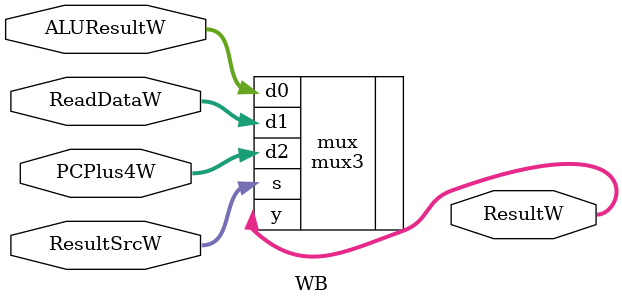
<source format=sv>
`timescale 1ns / 1ps

module WB(
    input logic [31:0]  ALUResultW,
                        ReadDataW,
                        PCPlus4W,  
    input logic [1:0]   ResultSrcW,
    
    output logic [31:0] ResultW
    );
    
    mux3 mux(.d0(ALUResultW), .d1(ReadDataW), .d2(PCPlus4W), .s(ResultSrcW), .y(ResultW));
    
    //RegWriteW and RdW could be outputs but can be output from memory.sv instead?
    
endmodule

</source>
